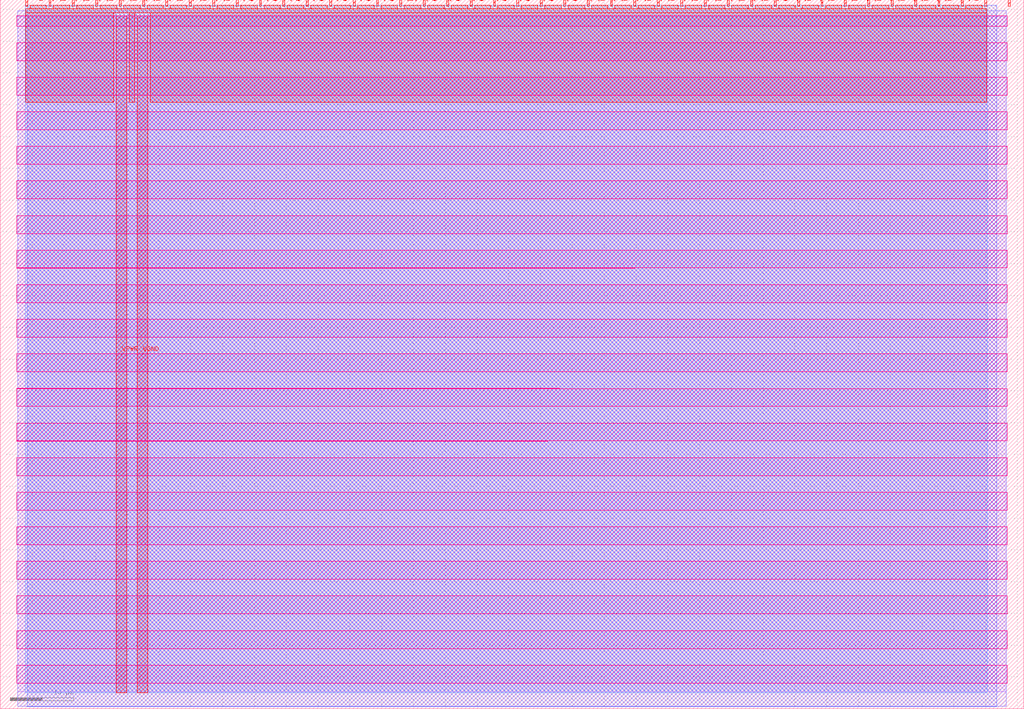
<source format=lef>
VERSION 5.7 ;
  NOWIREEXTENSIONATPIN ON ;
  DIVIDERCHAR "/" ;
  BUSBITCHARS "[]" ;
MACRO tt_um_dpetrisko_ttdll
  CLASS BLOCK ;
  FOREIGN tt_um_dpetrisko_ttdll ;
  ORIGIN 0.000 0.000 ;
  SIZE 161.000 BY 111.520 ;
  PIN VGND
    DIRECTION INOUT ;
    USE GROUND ;
    PORT
      LAYER met4 ;
        RECT 21.580 2.480 23.180 109.040 ;
    END
  END VGND
  PIN VPWR
    DIRECTION INOUT ;
    USE POWER ;
    PORT
      LAYER met4 ;
        RECT 18.280 2.480 19.880 109.040 ;
    END
  END VPWR
  PIN clk
    DIRECTION INPUT ;
    USE SIGNAL ;
    ANTENNAGATEAREA 0.213000 ;
    PORT
      LAYER met4 ;
        RECT 154.870 110.520 155.170 111.520 ;
    END
  END clk
  PIN ena
    DIRECTION INPUT ;
    USE SIGNAL ;
    PORT
      LAYER met4 ;
        RECT 158.550 110.520 158.850 111.520 ;
    END
  END ena
  PIN rst_n
    DIRECTION INPUT ;
    USE SIGNAL ;
    PORT
      LAYER met4 ;
        RECT 151.190 110.520 151.490 111.520 ;
    END
  END rst_n
  PIN ui_in[0]
    DIRECTION INPUT ;
    USE SIGNAL ;
    ANTENNAGATEAREA 0.196500 ;
    PORT
      LAYER met4 ;
        RECT 147.510 110.520 147.810 111.520 ;
    END
  END ui_in[0]
  PIN ui_in[1]
    DIRECTION INPUT ;
    USE SIGNAL ;
    ANTENNAGATEAREA 0.196500 ;
    PORT
      LAYER met4 ;
        RECT 143.830 110.520 144.130 111.520 ;
    END
  END ui_in[1]
  PIN ui_in[2]
    DIRECTION INPUT ;
    USE SIGNAL ;
    ANTENNAGATEAREA 0.196500 ;
    PORT
      LAYER met4 ;
        RECT 140.150 110.520 140.450 111.520 ;
    END
  END ui_in[2]
  PIN ui_in[3]
    DIRECTION INPUT ;
    USE SIGNAL ;
    PORT
      LAYER met4 ;
        RECT 136.470 110.520 136.770 111.520 ;
    END
  END ui_in[3]
  PIN ui_in[4]
    DIRECTION INPUT ;
    USE SIGNAL ;
    PORT
      LAYER met4 ;
        RECT 132.790 110.520 133.090 111.520 ;
    END
  END ui_in[4]
  PIN ui_in[5]
    DIRECTION INPUT ;
    USE SIGNAL ;
    PORT
      LAYER met4 ;
        RECT 129.110 110.520 129.410 111.520 ;
    END
  END ui_in[5]
  PIN ui_in[6]
    DIRECTION INPUT ;
    USE SIGNAL ;
    PORT
      LAYER met4 ;
        RECT 125.430 110.520 125.730 111.520 ;
    END
  END ui_in[6]
  PIN ui_in[7]
    DIRECTION INPUT ;
    USE SIGNAL ;
    PORT
      LAYER met4 ;
        RECT 121.750 110.520 122.050 111.520 ;
    END
  END ui_in[7]
  PIN uio_in[0]
    DIRECTION INPUT ;
    USE SIGNAL ;
    PORT
      LAYER met4 ;
        RECT 118.070 110.520 118.370 111.520 ;
    END
  END uio_in[0]
  PIN uio_in[1]
    DIRECTION INPUT ;
    USE SIGNAL ;
    PORT
      LAYER met4 ;
        RECT 114.390 110.520 114.690 111.520 ;
    END
  END uio_in[1]
  PIN uio_in[2]
    DIRECTION INPUT ;
    USE SIGNAL ;
    PORT
      LAYER met4 ;
        RECT 110.710 110.520 111.010 111.520 ;
    END
  END uio_in[2]
  PIN uio_in[3]
    DIRECTION INPUT ;
    USE SIGNAL ;
    PORT
      LAYER met4 ;
        RECT 107.030 110.520 107.330 111.520 ;
    END
  END uio_in[3]
  PIN uio_in[4]
    DIRECTION INPUT ;
    USE SIGNAL ;
    PORT
      LAYER met4 ;
        RECT 103.350 110.520 103.650 111.520 ;
    END
  END uio_in[4]
  PIN uio_in[5]
    DIRECTION INPUT ;
    USE SIGNAL ;
    PORT
      LAYER met4 ;
        RECT 99.670 110.520 99.970 111.520 ;
    END
  END uio_in[5]
  PIN uio_in[6]
    DIRECTION INPUT ;
    USE SIGNAL ;
    PORT
      LAYER met4 ;
        RECT 95.990 110.520 96.290 111.520 ;
    END
  END uio_in[6]
  PIN uio_in[7]
    DIRECTION INPUT ;
    USE SIGNAL ;
    PORT
      LAYER met4 ;
        RECT 92.310 110.520 92.610 111.520 ;
    END
  END uio_in[7]
  PIN uio_oe[0]
    DIRECTION OUTPUT ;
    USE SIGNAL ;
    ANTENNADIFFAREA 0.445500 ;
    PORT
      LAYER met4 ;
        RECT 29.750 110.520 30.050 111.520 ;
    END
  END uio_oe[0]
  PIN uio_oe[1]
    DIRECTION OUTPUT ;
    USE SIGNAL ;
    ANTENNADIFFAREA 0.445500 ;
    PORT
      LAYER met4 ;
        RECT 26.070 110.520 26.370 111.520 ;
    END
  END uio_oe[1]
  PIN uio_oe[2]
    DIRECTION OUTPUT ;
    USE SIGNAL ;
    ANTENNADIFFAREA 0.445500 ;
    PORT
      LAYER met4 ;
        RECT 22.390 110.520 22.690 111.520 ;
    END
  END uio_oe[2]
  PIN uio_oe[3]
    DIRECTION OUTPUT ;
    USE SIGNAL ;
    ANTENNADIFFAREA 0.445500 ;
    PORT
      LAYER met4 ;
        RECT 18.710 110.520 19.010 111.520 ;
    END
  END uio_oe[3]
  PIN uio_oe[4]
    DIRECTION OUTPUT ;
    USE SIGNAL ;
    ANTENNADIFFAREA 0.445500 ;
    PORT
      LAYER met4 ;
        RECT 15.030 110.520 15.330 111.520 ;
    END
  END uio_oe[4]
  PIN uio_oe[5]
    DIRECTION OUTPUT ;
    USE SIGNAL ;
    ANTENNADIFFAREA 0.445500 ;
    PORT
      LAYER met4 ;
        RECT 11.350 110.520 11.650 111.520 ;
    END
  END uio_oe[5]
  PIN uio_oe[6]
    DIRECTION OUTPUT ;
    USE SIGNAL ;
    ANTENNADIFFAREA 0.445500 ;
    PORT
      LAYER met4 ;
        RECT 7.670 110.520 7.970 111.520 ;
    END
  END uio_oe[6]
  PIN uio_oe[7]
    DIRECTION OUTPUT ;
    USE SIGNAL ;
    ANTENNADIFFAREA 0.445500 ;
    PORT
      LAYER met4 ;
        RECT 3.990 110.520 4.290 111.520 ;
    END
  END uio_oe[7]
  PIN uio_out[0]
    DIRECTION OUTPUT ;
    USE SIGNAL ;
    ANTENNADIFFAREA 0.445500 ;
    PORT
      LAYER met4 ;
        RECT 59.190 110.520 59.490 111.520 ;
    END
  END uio_out[0]
  PIN uio_out[1]
    DIRECTION OUTPUT ;
    USE SIGNAL ;
    ANTENNADIFFAREA 0.445500 ;
    PORT
      LAYER met4 ;
        RECT 55.510 110.520 55.810 111.520 ;
    END
  END uio_out[1]
  PIN uio_out[2]
    DIRECTION OUTPUT ;
    USE SIGNAL ;
    ANTENNADIFFAREA 0.445500 ;
    PORT
      LAYER met4 ;
        RECT 51.830 110.520 52.130 111.520 ;
    END
  END uio_out[2]
  PIN uio_out[3]
    DIRECTION OUTPUT ;
    USE SIGNAL ;
    ANTENNADIFFAREA 0.445500 ;
    PORT
      LAYER met4 ;
        RECT 48.150 110.520 48.450 111.520 ;
    END
  END uio_out[3]
  PIN uio_out[4]
    DIRECTION OUTPUT ;
    USE SIGNAL ;
    ANTENNADIFFAREA 0.445500 ;
    PORT
      LAYER met4 ;
        RECT 44.470 110.520 44.770 111.520 ;
    END
  END uio_out[4]
  PIN uio_out[5]
    DIRECTION OUTPUT ;
    USE SIGNAL ;
    ANTENNADIFFAREA 0.445500 ;
    PORT
      LAYER met4 ;
        RECT 40.790 110.520 41.090 111.520 ;
    END
  END uio_out[5]
  PIN uio_out[6]
    DIRECTION OUTPUT ;
    USE SIGNAL ;
    ANTENNADIFFAREA 0.445500 ;
    PORT
      LAYER met4 ;
        RECT 37.110 110.520 37.410 111.520 ;
    END
  END uio_out[6]
  PIN uio_out[7]
    DIRECTION OUTPUT ;
    USE SIGNAL ;
    ANTENNADIFFAREA 0.795200 ;
    PORT
      LAYER met4 ;
        RECT 33.430 110.520 33.730 111.520 ;
    END
  END uio_out[7]
  PIN uo_out[0]
    DIRECTION OUTPUT ;
    USE SIGNAL ;
    ANTENNADIFFAREA 0.445500 ;
    PORT
      LAYER met4 ;
        RECT 88.630 110.520 88.930 111.520 ;
    END
  END uo_out[0]
  PIN uo_out[1]
    DIRECTION OUTPUT ;
    USE SIGNAL ;
    ANTENNADIFFAREA 0.795200 ;
    PORT
      LAYER met4 ;
        RECT 84.950 110.520 85.250 111.520 ;
    END
  END uo_out[1]
  PIN uo_out[2]
    DIRECTION OUTPUT ;
    USE SIGNAL ;
    ANTENNADIFFAREA 0.445500 ;
    PORT
      LAYER met4 ;
        RECT 81.270 110.520 81.570 111.520 ;
    END
  END uo_out[2]
  PIN uo_out[3]
    DIRECTION OUTPUT ;
    USE SIGNAL ;
    ANTENNADIFFAREA 0.445500 ;
    PORT
      LAYER met4 ;
        RECT 77.590 110.520 77.890 111.520 ;
    END
  END uo_out[3]
  PIN uo_out[4]
    DIRECTION OUTPUT ;
    USE SIGNAL ;
    ANTENNADIFFAREA 0.445500 ;
    PORT
      LAYER met4 ;
        RECT 73.910 110.520 74.210 111.520 ;
    END
  END uo_out[4]
  PIN uo_out[5]
    DIRECTION OUTPUT ;
    USE SIGNAL ;
    ANTENNADIFFAREA 0.445500 ;
    PORT
      LAYER met4 ;
        RECT 70.230 110.520 70.530 111.520 ;
    END
  END uo_out[5]
  PIN uo_out[6]
    DIRECTION OUTPUT ;
    USE SIGNAL ;
    ANTENNADIFFAREA 0.445500 ;
    PORT
      LAYER met4 ;
        RECT 66.550 110.520 66.850 111.520 ;
    END
  END uo_out[6]
  PIN uo_out[7]
    DIRECTION OUTPUT ;
    USE SIGNAL ;
    ANTENNADIFFAREA 0.445500 ;
    PORT
      LAYER met4 ;
        RECT 62.870 110.520 63.170 111.520 ;
    END
  END uo_out[7]
  OBS
      LAYER nwell ;
        RECT 2.570 107.385 158.430 108.990 ;
        RECT 2.570 101.945 158.430 104.775 ;
        RECT 2.570 96.505 158.430 99.335 ;
        RECT 2.570 91.065 158.430 93.895 ;
        RECT 2.570 85.625 158.430 88.455 ;
        RECT 2.570 80.185 158.430 83.015 ;
        RECT 2.570 74.745 158.430 77.575 ;
        RECT 2.570 69.355 158.430 72.135 ;
        RECT 2.570 69.305 99.895 69.355 ;
        RECT 2.570 63.865 158.430 66.695 ;
        RECT 2.570 58.425 158.430 61.255 ;
        RECT 2.570 52.985 158.430 55.815 ;
        RECT 2.570 50.325 88.000 50.375 ;
        RECT 2.570 47.545 158.430 50.325 ;
        RECT 2.570 42.155 158.430 44.935 ;
        RECT 2.570 42.105 86.095 42.155 ;
        RECT 2.570 36.665 158.430 39.495 ;
        RECT 2.570 31.225 158.430 34.055 ;
        RECT 2.570 25.785 158.430 28.615 ;
        RECT 2.570 20.345 158.430 23.175 ;
        RECT 2.570 14.905 158.430 17.735 ;
        RECT 2.570 9.465 158.430 12.295 ;
        RECT 2.570 4.025 158.430 6.855 ;
      LAYER li1 ;
        RECT 2.760 2.635 158.240 108.885 ;
      LAYER met1 ;
        RECT 2.760 0.380 158.240 109.780 ;
      LAYER met2 ;
        RECT 4.240 0.350 156.760 110.685 ;
      LAYER met3 ;
        RECT 3.950 2.555 155.210 110.665 ;
      LAYER met4 ;
        RECT 4.690 110.120 7.270 110.665 ;
        RECT 8.370 110.120 10.950 110.665 ;
        RECT 12.050 110.120 14.630 110.665 ;
        RECT 15.730 110.120 18.310 110.665 ;
        RECT 19.410 110.120 21.990 110.665 ;
        RECT 23.090 110.120 25.670 110.665 ;
        RECT 26.770 110.120 29.350 110.665 ;
        RECT 30.450 110.120 33.030 110.665 ;
        RECT 34.130 110.120 36.710 110.665 ;
        RECT 37.810 110.120 40.390 110.665 ;
        RECT 41.490 110.120 44.070 110.665 ;
        RECT 45.170 110.120 47.750 110.665 ;
        RECT 48.850 110.120 51.430 110.665 ;
        RECT 52.530 110.120 55.110 110.665 ;
        RECT 56.210 110.120 58.790 110.665 ;
        RECT 59.890 110.120 62.470 110.665 ;
        RECT 63.570 110.120 66.150 110.665 ;
        RECT 67.250 110.120 69.830 110.665 ;
        RECT 70.930 110.120 73.510 110.665 ;
        RECT 74.610 110.120 77.190 110.665 ;
        RECT 78.290 110.120 80.870 110.665 ;
        RECT 81.970 110.120 84.550 110.665 ;
        RECT 85.650 110.120 88.230 110.665 ;
        RECT 89.330 110.120 91.910 110.665 ;
        RECT 93.010 110.120 95.590 110.665 ;
        RECT 96.690 110.120 99.270 110.665 ;
        RECT 100.370 110.120 102.950 110.665 ;
        RECT 104.050 110.120 106.630 110.665 ;
        RECT 107.730 110.120 110.310 110.665 ;
        RECT 111.410 110.120 113.990 110.665 ;
        RECT 115.090 110.120 117.670 110.665 ;
        RECT 118.770 110.120 121.350 110.665 ;
        RECT 122.450 110.120 125.030 110.665 ;
        RECT 126.130 110.120 128.710 110.665 ;
        RECT 129.810 110.120 132.390 110.665 ;
        RECT 133.490 110.120 136.070 110.665 ;
        RECT 137.170 110.120 139.750 110.665 ;
        RECT 140.850 110.120 143.430 110.665 ;
        RECT 144.530 110.120 147.110 110.665 ;
        RECT 148.210 110.120 150.790 110.665 ;
        RECT 151.890 110.120 154.470 110.665 ;
        RECT 3.975 109.440 155.185 110.120 ;
        RECT 3.975 95.375 17.880 109.440 ;
        RECT 20.280 95.375 21.180 109.440 ;
        RECT 23.580 95.375 155.185 109.440 ;
  END
END tt_um_dpetrisko_ttdll
END LIBRARY


</source>
